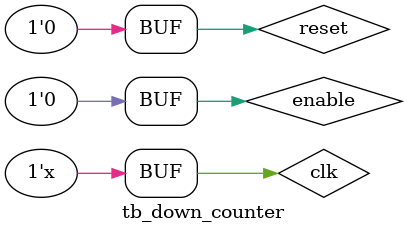
<source format=v>

module tb_down_counter;
reg clk;
reg reset;
reg enable;
wire [7:0] count;
down_counter uut (
    .clk(clk),
    .reset(reset),
    .enable(enable),
    .count(count)
);
always #5 clk = ~clk;

initial begin
    clk = 0;
    reset = 1;
    enable = 0;   #10 
    reset = 0;
    enable = 1;   #100;
    enable = 0;   #40;
end

initial begin
    $monitor("Time=%0t | reset=%b enable=%b | count=%d",
             $time, reset, enable, count);
end

endmodule

</source>
